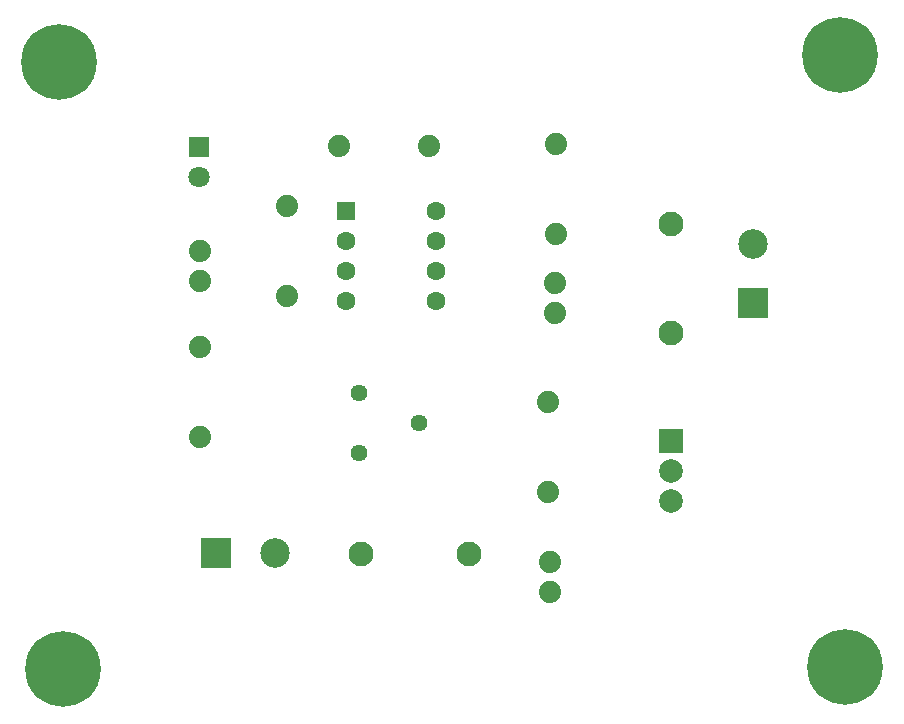
<source format=gbr>
G04 #@! TF.GenerationSoftware,KiCad,Pcbnew,(5.1.2)-2*
G04 #@! TF.CreationDate,2020-03-15T13:57:48-03:00*
G04 #@! TF.ProjectId,InfraRedGelUniversalDispenser,496e6672-6152-4656-9447-656c556e6976,00*
G04 #@! TF.SameCoordinates,Original*
G04 #@! TF.FileFunction,Copper,L1,Top*
G04 #@! TF.FilePolarity,Positive*
%FSLAX46Y46*%
G04 Gerber Fmt 4.6, Leading zero omitted, Abs format (unit mm)*
G04 Created by KiCad (PCBNEW (5.1.2)-2) date 2020-03-15 13:57:48*
%MOMM*%
%LPD*%
G04 APERTURE LIST*
%ADD10C,6.400000*%
%ADD11C,0.800000*%
%ADD12C,1.600000*%
%ADD13R,1.600000X1.600000*%
%ADD14C,1.879600*%
%ADD15C,2.000000*%
%ADD16R,2.000000X2.000000*%
%ADD17C,2.500000*%
%ADD18R,2.500000X2.500000*%
%ADD19C,2.100000*%
%ADD20C,1.800000*%
%ADD21R,1.800000X1.800000*%
%ADD22C,1.440000*%
G04 APERTURE END LIST*
D10*
X106705400Y-66954400D03*
D11*
X109105400Y-66954400D03*
X108402456Y-68651456D03*
X106705400Y-69354400D03*
X105008344Y-68651456D03*
X104305400Y-66954400D03*
X105008344Y-65257344D03*
X106705400Y-64554400D03*
X108402456Y-65257344D03*
D10*
X107010200Y-118364000D03*
D11*
X109410200Y-118364000D03*
X108707256Y-120061056D03*
X107010200Y-120764000D03*
X105313144Y-120061056D03*
X104610200Y-118364000D03*
X105313144Y-116666944D03*
X107010200Y-115964000D03*
X108707256Y-116666944D03*
D10*
X173253400Y-118211600D03*
D11*
X175653400Y-118211600D03*
X174950456Y-119908656D03*
X173253400Y-120611600D03*
X171556344Y-119908656D03*
X170853400Y-118211600D03*
X171556344Y-116514544D03*
X173253400Y-115811600D03*
X174950456Y-116514544D03*
X174493256Y-64647744D03*
X172796200Y-63944800D03*
X171099144Y-64647744D03*
X170396200Y-66344800D03*
X171099144Y-68041856D03*
X172796200Y-68744800D03*
X174493256Y-68041856D03*
X175196200Y-66344800D03*
D10*
X172796200Y-66344800D03*
D12*
X138590201Y-79622801D03*
X138590201Y-82162801D03*
X138590201Y-84702801D03*
X138590201Y-87242801D03*
X130970201Y-87242801D03*
X130970201Y-84702801D03*
X130970201Y-82162801D03*
D13*
X130970201Y-79622801D03*
D14*
X148640800Y-88214200D03*
X148640800Y-85674200D03*
X148209000Y-111887000D03*
X148209000Y-109347000D03*
X118643400Y-82956400D03*
X118643400Y-85496400D03*
D15*
X158521400Y-104140000D03*
X158521400Y-101600000D03*
D16*
X158521400Y-99060000D03*
D17*
X124942600Y-108534200D03*
D18*
X119942600Y-108534200D03*
D17*
X165430200Y-82401400D03*
D18*
X165430200Y-87401400D03*
D19*
X132227200Y-108635800D03*
X141427200Y-108635800D03*
X158521400Y-89921200D03*
X158521400Y-80721200D03*
D20*
X118567200Y-76708000D03*
D21*
X118567200Y-74168000D03*
D22*
X132105400Y-100101400D03*
X137185400Y-97561400D03*
X132105400Y-95021400D03*
D14*
X148107400Y-103352600D03*
X148107400Y-95732600D03*
X125984000Y-86791800D03*
X125984000Y-79171800D03*
X148793200Y-81508600D03*
X148793200Y-73888600D03*
X138023600Y-74091800D03*
X130403600Y-74091800D03*
X118643400Y-98729800D03*
X118643400Y-91109800D03*
M02*

</source>
